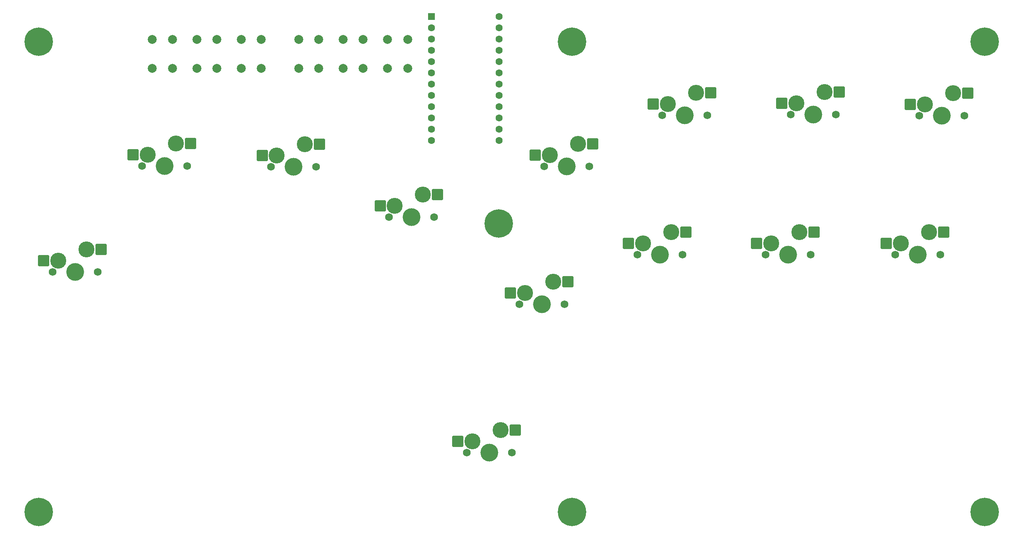
<source format=gbs>
%TF.GenerationSoftware,KiCad,Pcbnew,(6.0.7)*%
%TF.CreationDate,2022-08-16T08:24:38+10:00*%
%TF.ProjectId,Flatbox-rev1_1,466c6174-626f-4782-9d72-6576315f312e,rev?*%
%TF.SameCoordinates,Original*%
%TF.FileFunction,Soldermask,Bot*%
%TF.FilePolarity,Negative*%
%FSLAX46Y46*%
G04 Gerber Fmt 4.6, Leading zero omitted, Abs format (unit mm)*
G04 Created by KiCad (PCBNEW (6.0.7)) date 2022-08-16 08:24:38*
%MOMM*%
%LPD*%
G01*
G04 APERTURE LIST*
G04 Aperture macros list*
%AMRoundRect*
0 Rectangle with rounded corners*
0 $1 Rounding radius*
0 $2 $3 $4 $5 $6 $7 $8 $9 X,Y pos of 4 corners*
0 Add a 4 corners polygon primitive as box body*
4,1,4,$2,$3,$4,$5,$6,$7,$8,$9,$2,$3,0*
0 Add four circle primitives for the rounded corners*
1,1,$1+$1,$2,$3*
1,1,$1+$1,$4,$5*
1,1,$1+$1,$6,$7*
1,1,$1+$1,$8,$9*
0 Add four rect primitives between the rounded corners*
20,1,$1+$1,$2,$3,$4,$5,0*
20,1,$1+$1,$4,$5,$6,$7,0*
20,1,$1+$1,$6,$7,$8,$9,0*
20,1,$1+$1,$8,$9,$2,$3,0*%
G04 Aperture macros list end*
%ADD10C,3.600000*%
%ADD11RoundRect,0.250000X-1.025000X-1.000000X1.025000X-1.000000X1.025000X1.000000X-1.025000X1.000000X0*%
%ADD12C,4.000000*%
%ADD13C,1.750000*%
%ADD14C,6.400000*%
%ADD15C,2.000000*%
%ADD16R,1.600000X1.600000*%
%ADD17C,1.600000*%
G04 APERTURE END LIST*
D10*
X34290000Y-86360000D03*
X40640000Y-83820000D03*
D11*
X31015000Y-86360000D03*
X43942000Y-83820000D03*
D12*
X38100000Y-88900000D03*
D13*
X33020000Y-88900000D03*
X43180000Y-88900000D03*
D10*
X127610000Y-127080000D03*
X133960000Y-124540000D03*
D11*
X124335000Y-127080000D03*
X137262000Y-124540000D03*
D12*
X131420000Y-129620000D03*
D13*
X126340000Y-129620000D03*
X136500000Y-129620000D03*
D10*
X224110000Y-82500000D03*
X230460000Y-79960000D03*
D11*
X220835000Y-82500000D03*
X233762000Y-79960000D03*
D12*
X227920000Y-85040000D03*
D13*
X222840000Y-85040000D03*
X233000000Y-85040000D03*
D10*
X194900000Y-82500000D03*
X201250000Y-79960000D03*
D11*
X191625000Y-82500000D03*
X204552000Y-79960000D03*
D12*
X198710000Y-85040000D03*
D13*
X193630000Y-85040000D03*
X203790000Y-85040000D03*
D10*
X166050000Y-82500000D03*
X172400000Y-79960000D03*
D11*
X162775000Y-82500000D03*
X175702000Y-79960000D03*
D12*
X169860000Y-85040000D03*
D13*
X164780000Y-85040000D03*
X174940000Y-85040000D03*
D10*
X139440000Y-93610000D03*
X145790000Y-91070000D03*
D11*
X136165000Y-93610000D03*
X149092000Y-91070000D03*
D12*
X143250000Y-96150000D03*
D13*
X138170000Y-96150000D03*
X148330000Y-96150000D03*
D10*
X229550000Y-51160000D03*
X235900000Y-48620000D03*
D11*
X226275000Y-51160000D03*
X239202000Y-48620000D03*
D12*
X233360000Y-53700000D03*
D13*
X228280000Y-53700000D03*
X238440000Y-53700000D03*
D10*
X200580000Y-50920000D03*
X206930000Y-48380000D03*
D11*
X197305000Y-50920000D03*
X210232000Y-48380000D03*
D12*
X204390000Y-53460000D03*
D13*
X199310000Y-53460000D03*
X209470000Y-53460000D03*
D10*
X171610000Y-51040000D03*
X177960000Y-48500000D03*
D11*
X168335000Y-51040000D03*
X181262000Y-48500000D03*
D12*
X175420000Y-53580000D03*
D13*
X170340000Y-53580000D03*
X180500000Y-53580000D03*
D10*
X145050000Y-62570000D03*
X151400000Y-60030000D03*
D11*
X141775000Y-62570000D03*
X154702000Y-60030000D03*
D12*
X148860000Y-65110000D03*
D13*
X143780000Y-65110000D03*
X153940000Y-65110000D03*
D10*
X110110000Y-73980000D03*
X116460000Y-71440000D03*
D11*
X106835000Y-73980000D03*
X119762000Y-71440000D03*
D12*
X113920000Y-76520000D03*
D13*
X108840000Y-76520000D03*
X119000000Y-76520000D03*
D10*
X83510000Y-62630000D03*
X89860000Y-60090000D03*
D11*
X80235000Y-62630000D03*
X93162000Y-60090000D03*
D12*
X87320000Y-65170000D03*
D13*
X82240000Y-65170000D03*
X92400000Y-65170000D03*
D10*
X54415000Y-62510000D03*
X60765000Y-59970000D03*
D11*
X51140000Y-62510000D03*
X64067000Y-59970000D03*
D12*
X58225000Y-65050000D03*
D13*
X53145000Y-65050000D03*
X63305000Y-65050000D03*
D14*
X29860000Y-37000000D03*
X29860000Y-143000000D03*
X243000000Y-143000000D03*
X243000000Y-37000000D03*
X150000000Y-37000000D03*
D15*
X88500000Y-36500000D03*
X88500000Y-43000000D03*
X93000000Y-36500000D03*
X93000000Y-43000000D03*
X65500000Y-43000000D03*
X65500000Y-36500000D03*
X70000000Y-36500000D03*
X70000000Y-43000000D03*
X98500000Y-43000000D03*
X98500000Y-36500000D03*
X103000000Y-36500000D03*
X103000000Y-43000000D03*
X55500000Y-36500000D03*
X55500000Y-43000000D03*
X60000000Y-43000000D03*
X60000000Y-36500000D03*
X75500000Y-36500000D03*
X75500000Y-43000000D03*
X80000000Y-36500000D03*
X80000000Y-43000000D03*
X108500000Y-36500000D03*
X108500000Y-43000000D03*
X113000000Y-36500000D03*
X113000000Y-43000000D03*
D14*
X133500000Y-78000000D03*
X150000000Y-143000000D03*
D16*
X118380000Y-31280000D03*
D17*
X118380000Y-33820000D03*
X118380000Y-36360000D03*
X118380000Y-38900000D03*
X118380000Y-41440000D03*
X118380000Y-43980000D03*
X118380000Y-46520000D03*
X118380000Y-49060000D03*
X118380000Y-51600000D03*
X118380000Y-54140000D03*
X118380000Y-56680000D03*
X118380000Y-59220000D03*
X133620000Y-59220000D03*
X133620000Y-56680000D03*
X133620000Y-54140000D03*
X133620000Y-51600000D03*
X133620000Y-49060000D03*
X133620000Y-46520000D03*
X133620000Y-43980000D03*
X133620000Y-41440000D03*
X133620000Y-38900000D03*
X133620000Y-36360000D03*
X133620000Y-33820000D03*
X133620000Y-31280000D03*
M02*

</source>
